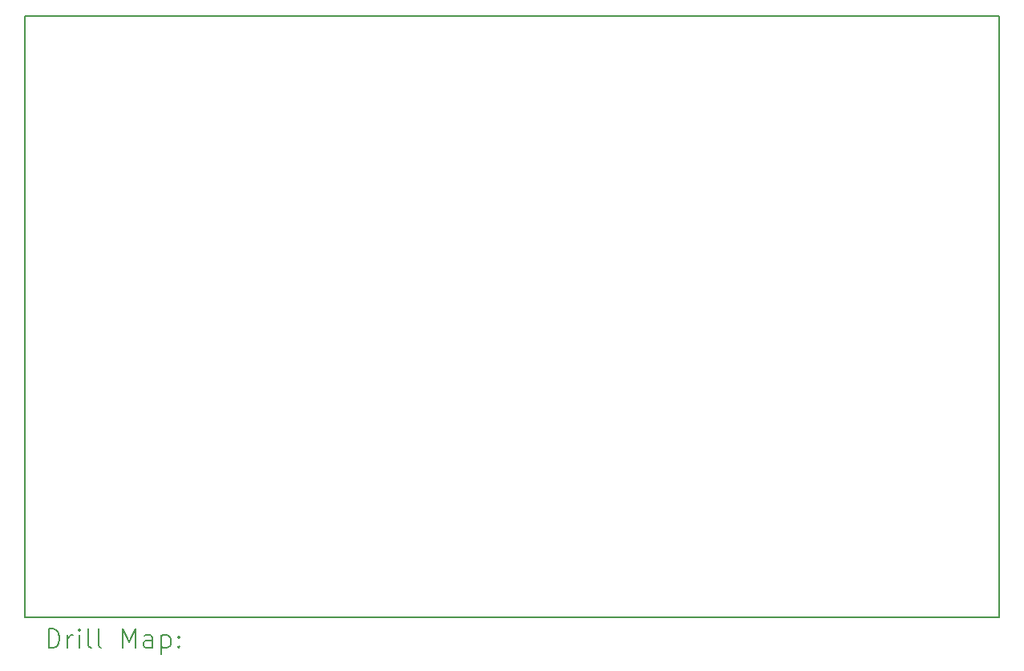
<source format=gbr>
%FSLAX45Y45*%
G04 Gerber Fmt 4.5, Leading zero omitted, Abs format (unit mm)*
G04 Created by KiCad (PCBNEW (6.0.0-0)) date 2023-06-22 10:54:43*
%MOMM*%
%LPD*%
G01*
G04 APERTURE LIST*
%TA.AperFunction,Profile*%
%ADD10C,0.150000*%
%TD*%
%ADD11C,0.200000*%
G04 APERTURE END LIST*
D10*
X14859000Y-11049000D02*
X25146000Y-11049000D01*
X25146000Y-4699000D02*
X14859000Y-4699000D01*
X14859000Y-4699000D02*
X14859000Y-11049000D01*
X25146000Y-11049000D02*
X25146000Y-4699000D01*
D11*
X15109119Y-11366976D02*
X15109119Y-11166976D01*
X15156738Y-11166976D01*
X15185309Y-11176500D01*
X15204357Y-11195548D01*
X15213881Y-11214595D01*
X15223405Y-11252690D01*
X15223405Y-11281262D01*
X15213881Y-11319357D01*
X15204357Y-11338405D01*
X15185309Y-11357452D01*
X15156738Y-11366976D01*
X15109119Y-11366976D01*
X15309119Y-11366976D02*
X15309119Y-11233643D01*
X15309119Y-11271738D02*
X15318643Y-11252690D01*
X15328167Y-11243167D01*
X15347214Y-11233643D01*
X15366262Y-11233643D01*
X15432928Y-11366976D02*
X15432928Y-11233643D01*
X15432928Y-11166976D02*
X15423405Y-11176500D01*
X15432928Y-11186024D01*
X15442452Y-11176500D01*
X15432928Y-11166976D01*
X15432928Y-11186024D01*
X15556738Y-11366976D02*
X15537690Y-11357452D01*
X15528167Y-11338405D01*
X15528167Y-11166976D01*
X15661500Y-11366976D02*
X15642452Y-11357452D01*
X15632928Y-11338405D01*
X15632928Y-11166976D01*
X15890071Y-11366976D02*
X15890071Y-11166976D01*
X15956738Y-11309833D01*
X16023405Y-11166976D01*
X16023405Y-11366976D01*
X16204357Y-11366976D02*
X16204357Y-11262214D01*
X16194833Y-11243167D01*
X16175786Y-11233643D01*
X16137690Y-11233643D01*
X16118643Y-11243167D01*
X16204357Y-11357452D02*
X16185309Y-11366976D01*
X16137690Y-11366976D01*
X16118643Y-11357452D01*
X16109119Y-11338405D01*
X16109119Y-11319357D01*
X16118643Y-11300309D01*
X16137690Y-11290786D01*
X16185309Y-11290786D01*
X16204357Y-11281262D01*
X16299595Y-11233643D02*
X16299595Y-11433643D01*
X16299595Y-11243167D02*
X16318643Y-11233643D01*
X16356738Y-11233643D01*
X16375786Y-11243167D01*
X16385309Y-11252690D01*
X16394833Y-11271738D01*
X16394833Y-11328881D01*
X16385309Y-11347928D01*
X16375786Y-11357452D01*
X16356738Y-11366976D01*
X16318643Y-11366976D01*
X16299595Y-11357452D01*
X16480548Y-11347928D02*
X16490071Y-11357452D01*
X16480548Y-11366976D01*
X16471024Y-11357452D01*
X16480548Y-11347928D01*
X16480548Y-11366976D01*
X16480548Y-11243167D02*
X16490071Y-11252690D01*
X16480548Y-11262214D01*
X16471024Y-11252690D01*
X16480548Y-11243167D01*
X16480548Y-11262214D01*
M02*

</source>
